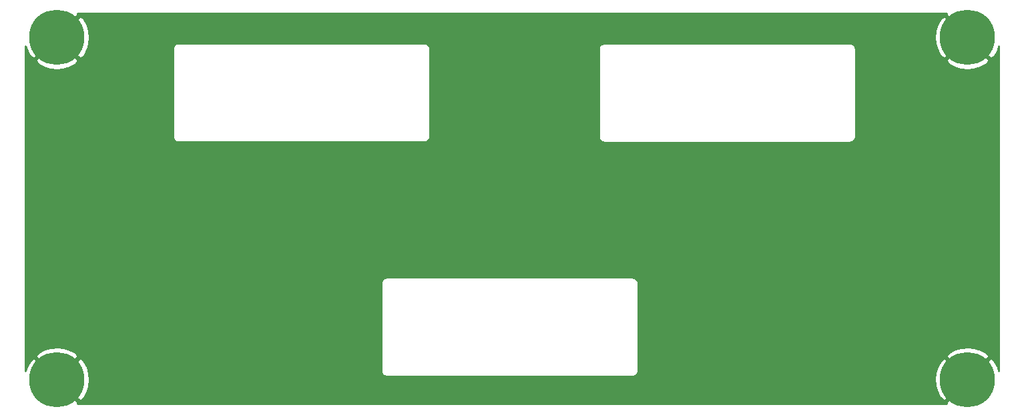
<source format=gbl>
G04 #@! TF.GenerationSoftware,KiCad,Pcbnew,(5.1.9)-1*
G04 #@! TF.CreationDate,2022-01-12T11:01:28-07:00*
G04 #@! TF.ProjectId,Kicad_Back_Plate_3x_DB9,4b696361-645f-4426-9163-6b5f506c6174,rev?*
G04 #@! TF.SameCoordinates,Original*
G04 #@! TF.FileFunction,Copper,L2,Bot*
G04 #@! TF.FilePolarity,Positive*
%FSLAX46Y46*%
G04 Gerber Fmt 4.6, Leading zero omitted, Abs format (unit mm)*
G04 Created by KiCad (PCBNEW (5.1.9)-1) date 2022-01-12 11:01:28*
%MOMM*%
%LPD*%
G01*
G04 APERTURE LIST*
G04 #@! TA.AperFunction,ComponentPad*
%ADD10C,7.000000*%
G04 #@! TD*
G04 #@! TA.AperFunction,Conductor*
%ADD11C,0.254000*%
G04 #@! TD*
G04 #@! TA.AperFunction,Conductor*
%ADD12C,0.100000*%
G04 #@! TD*
G04 APERTURE END LIST*
D10*
X4650000Y-3700000D03*
X4650000Y-47200000D03*
X120150000Y-3700000D03*
X120150000Y-47200000D03*
D11*
X117415450Y-785845D02*
X120150000Y-3520395D01*
X120164143Y-3506253D01*
X120343748Y-3685858D01*
X120329605Y-3700000D01*
X123064155Y-6434550D01*
X123584550Y-6038366D01*
X123974748Y-5323388D01*
X124140001Y-4795208D01*
X124140000Y-46111585D01*
X124002415Y-45643403D01*
X123624715Y-44921744D01*
X123584550Y-44861634D01*
X123064155Y-44465450D01*
X120329605Y-47200000D01*
X120343748Y-47214143D01*
X120164143Y-47393748D01*
X120150000Y-47379605D01*
X117415450Y-50114155D01*
X117511258Y-50240000D01*
X7288742Y-50240000D01*
X7384550Y-50114155D01*
X4650000Y-47379605D01*
X4635858Y-47393748D01*
X4456253Y-47214143D01*
X4470395Y-47200000D01*
X4829605Y-47200000D01*
X7564155Y-49934550D01*
X8084550Y-49538366D01*
X8474748Y-48823388D01*
X8717964Y-48046024D01*
X8804851Y-47236147D01*
X8798366Y-47163853D01*
X115995149Y-47163853D01*
X116067931Y-47975118D01*
X116297585Y-48756597D01*
X116675285Y-49478256D01*
X116715450Y-49538366D01*
X117235845Y-49934550D01*
X119970395Y-47200000D01*
X117235845Y-44465450D01*
X116715450Y-44861634D01*
X116325252Y-45576612D01*
X116082036Y-46353976D01*
X115995149Y-47163853D01*
X8798366Y-47163853D01*
X8732069Y-46424882D01*
X8502415Y-45643403D01*
X8124715Y-44921744D01*
X8084550Y-44861634D01*
X7564155Y-44465450D01*
X4829605Y-47200000D01*
X4470395Y-47200000D01*
X1735845Y-44465450D01*
X1215450Y-44861634D01*
X825252Y-45576612D01*
X660000Y-46104788D01*
X660000Y-44285845D01*
X1915450Y-44285845D01*
X4650000Y-47020395D01*
X7384550Y-44285845D01*
X6988366Y-43765450D01*
X6273388Y-43375252D01*
X5496024Y-43132036D01*
X4686147Y-43045149D01*
X3874882Y-43117931D01*
X3093403Y-43347585D01*
X2371744Y-43725285D01*
X2311634Y-43765450D01*
X1915450Y-44285845D01*
X660000Y-44285845D01*
X660000Y-34880000D01*
X45776807Y-34880000D01*
X45780000Y-34912419D01*
X45780001Y-46097571D01*
X45776807Y-46130000D01*
X45789550Y-46259383D01*
X45827290Y-46383793D01*
X45888575Y-46498450D01*
X45971052Y-46598948D01*
X46071550Y-46681425D01*
X46186207Y-46742710D01*
X46310617Y-46780450D01*
X46407581Y-46790000D01*
X46440000Y-46793193D01*
X46472419Y-46790000D01*
X77657581Y-46790000D01*
X77690000Y-46793193D01*
X77722419Y-46790000D01*
X77819383Y-46780450D01*
X77943793Y-46742710D01*
X78058450Y-46681425D01*
X78158948Y-46598948D01*
X78241425Y-46498450D01*
X78302710Y-46383793D01*
X78340450Y-46259383D01*
X78353193Y-46130000D01*
X78350000Y-46097581D01*
X78350000Y-44285845D01*
X117415450Y-44285845D01*
X120150000Y-47020395D01*
X122884550Y-44285845D01*
X122488366Y-43765450D01*
X121773388Y-43375252D01*
X120996024Y-43132036D01*
X120186147Y-43045149D01*
X119374882Y-43117931D01*
X118593403Y-43347585D01*
X117871744Y-43725285D01*
X117811634Y-43765450D01*
X117415450Y-44285845D01*
X78350000Y-44285845D01*
X78350000Y-34912419D01*
X78353193Y-34880000D01*
X78340450Y-34750617D01*
X78302710Y-34626207D01*
X78241425Y-34511550D01*
X78158948Y-34411052D01*
X78058450Y-34328575D01*
X77943793Y-34267290D01*
X77819383Y-34229550D01*
X77722419Y-34220000D01*
X77690000Y-34216807D01*
X77657581Y-34220000D01*
X46472419Y-34220000D01*
X46440000Y-34216807D01*
X46407581Y-34220000D01*
X46310617Y-34229550D01*
X46186207Y-34267290D01*
X46071550Y-34328575D01*
X45971052Y-34411052D01*
X45888575Y-34511550D01*
X45827290Y-34626207D01*
X45789550Y-34750617D01*
X45776807Y-34880000D01*
X660000Y-34880000D01*
X660000Y-6614155D01*
X1915450Y-6614155D01*
X2311634Y-7134550D01*
X3026612Y-7524748D01*
X3803976Y-7767964D01*
X4613853Y-7854851D01*
X5425118Y-7782069D01*
X6206597Y-7552415D01*
X6928256Y-7174715D01*
X6988366Y-7134550D01*
X7384550Y-6614155D01*
X4650000Y-3879605D01*
X1915450Y-6614155D01*
X660000Y-6614155D01*
X660000Y-4788415D01*
X797585Y-5256597D01*
X1175285Y-5978256D01*
X1215450Y-6038366D01*
X1735845Y-6434550D01*
X4470395Y-3700000D01*
X4829605Y-3700000D01*
X7564155Y-6434550D01*
X8084550Y-6038366D01*
X8474748Y-5323388D01*
X8538382Y-5120000D01*
X19366807Y-5120000D01*
X19370000Y-5152419D01*
X19370001Y-16337571D01*
X19366807Y-16370000D01*
X19379550Y-16499383D01*
X19417290Y-16623793D01*
X19478575Y-16738450D01*
X19561052Y-16838948D01*
X19661550Y-16921425D01*
X19776207Y-16982710D01*
X19900617Y-17020450D01*
X19997581Y-17030000D01*
X20030000Y-17033193D01*
X20062419Y-17030000D01*
X51247581Y-17030000D01*
X51280000Y-17033193D01*
X51312419Y-17030000D01*
X51409383Y-17020450D01*
X51533793Y-16982710D01*
X51648450Y-16921425D01*
X51748948Y-16838948D01*
X51831425Y-16738450D01*
X51892710Y-16623793D01*
X51930450Y-16499383D01*
X51943193Y-16370000D01*
X51940000Y-16337581D01*
X51940000Y-5152419D01*
X51942208Y-5130000D01*
X73366807Y-5130000D01*
X73370000Y-5162419D01*
X73370001Y-16347571D01*
X73366807Y-16380000D01*
X73379550Y-16509383D01*
X73417290Y-16633793D01*
X73478575Y-16748450D01*
X73561052Y-16848948D01*
X73661550Y-16931425D01*
X73776207Y-16992710D01*
X73900617Y-17030450D01*
X73997581Y-17040000D01*
X74030000Y-17043193D01*
X74062419Y-17040000D01*
X105247581Y-17040000D01*
X105280000Y-17043193D01*
X105312419Y-17040000D01*
X105409383Y-17030450D01*
X105533793Y-16992710D01*
X105648450Y-16931425D01*
X105748948Y-16848948D01*
X105831425Y-16748450D01*
X105892710Y-16633793D01*
X105930450Y-16509383D01*
X105943193Y-16380000D01*
X105940000Y-16347581D01*
X105940000Y-6614155D01*
X117415450Y-6614155D01*
X117811634Y-7134550D01*
X118526612Y-7524748D01*
X119303976Y-7767964D01*
X120113853Y-7854851D01*
X120925118Y-7782069D01*
X121706597Y-7552415D01*
X122428256Y-7174715D01*
X122488366Y-7134550D01*
X122884550Y-6614155D01*
X120150000Y-3879605D01*
X117415450Y-6614155D01*
X105940000Y-6614155D01*
X105940000Y-5162419D01*
X105943193Y-5130000D01*
X105930450Y-5000617D01*
X105892710Y-4876207D01*
X105831425Y-4761550D01*
X105748948Y-4661052D01*
X105648450Y-4578575D01*
X105533793Y-4517290D01*
X105409383Y-4479550D01*
X105312419Y-4470000D01*
X105280000Y-4466807D01*
X105247581Y-4470000D01*
X74062419Y-4470000D01*
X74030000Y-4466807D01*
X73997581Y-4470000D01*
X73900617Y-4479550D01*
X73776207Y-4517290D01*
X73661550Y-4578575D01*
X73561052Y-4661052D01*
X73478575Y-4761550D01*
X73417290Y-4876207D01*
X73379550Y-5000617D01*
X73366807Y-5130000D01*
X51942208Y-5130000D01*
X51943193Y-5120000D01*
X51930450Y-4990617D01*
X51892710Y-4866207D01*
X51831425Y-4751550D01*
X51748948Y-4651052D01*
X51648450Y-4568575D01*
X51533793Y-4507290D01*
X51409383Y-4469550D01*
X51312419Y-4460000D01*
X51280000Y-4456807D01*
X51247581Y-4460000D01*
X20062419Y-4460000D01*
X20030000Y-4456807D01*
X19928467Y-4466807D01*
X19900617Y-4469550D01*
X19776207Y-4507290D01*
X19661550Y-4568575D01*
X19561052Y-4651052D01*
X19478575Y-4751550D01*
X19417290Y-4866207D01*
X19379550Y-4990617D01*
X19366807Y-5120000D01*
X8538382Y-5120000D01*
X8717964Y-4546024D01*
X8804851Y-3736147D01*
X8798366Y-3663853D01*
X115995149Y-3663853D01*
X116067931Y-4475118D01*
X116297585Y-5256597D01*
X116675285Y-5978256D01*
X116715450Y-6038366D01*
X117235845Y-6434550D01*
X119970395Y-3700000D01*
X117235845Y-965450D01*
X116715450Y-1361634D01*
X116325252Y-2076612D01*
X116082036Y-2853976D01*
X115995149Y-3663853D01*
X8798366Y-3663853D01*
X8732069Y-2924882D01*
X8502415Y-2143403D01*
X8124715Y-1421744D01*
X8084550Y-1361634D01*
X7564155Y-965450D01*
X4829605Y-3700000D01*
X4470395Y-3700000D01*
X4456253Y-3685858D01*
X4635858Y-3506253D01*
X4650000Y-3520395D01*
X7384550Y-785845D01*
X7288742Y-660000D01*
X117511258Y-660000D01*
X117415450Y-785845D01*
G04 #@! TA.AperFunction,Conductor*
D12*
G36*
X117415450Y-785845D02*
G01*
X120150000Y-3520395D01*
X120164143Y-3506253D01*
X120343748Y-3685858D01*
X120329605Y-3700000D01*
X123064155Y-6434550D01*
X123584550Y-6038366D01*
X123974748Y-5323388D01*
X124140001Y-4795208D01*
X124140000Y-46111585D01*
X124002415Y-45643403D01*
X123624715Y-44921744D01*
X123584550Y-44861634D01*
X123064155Y-44465450D01*
X120329605Y-47200000D01*
X120343748Y-47214143D01*
X120164143Y-47393748D01*
X120150000Y-47379605D01*
X117415450Y-50114155D01*
X117511258Y-50240000D01*
X7288742Y-50240000D01*
X7384550Y-50114155D01*
X4650000Y-47379605D01*
X4635858Y-47393748D01*
X4456253Y-47214143D01*
X4470395Y-47200000D01*
X4829605Y-47200000D01*
X7564155Y-49934550D01*
X8084550Y-49538366D01*
X8474748Y-48823388D01*
X8717964Y-48046024D01*
X8804851Y-47236147D01*
X8798366Y-47163853D01*
X115995149Y-47163853D01*
X116067931Y-47975118D01*
X116297585Y-48756597D01*
X116675285Y-49478256D01*
X116715450Y-49538366D01*
X117235845Y-49934550D01*
X119970395Y-47200000D01*
X117235845Y-44465450D01*
X116715450Y-44861634D01*
X116325252Y-45576612D01*
X116082036Y-46353976D01*
X115995149Y-47163853D01*
X8798366Y-47163853D01*
X8732069Y-46424882D01*
X8502415Y-45643403D01*
X8124715Y-44921744D01*
X8084550Y-44861634D01*
X7564155Y-44465450D01*
X4829605Y-47200000D01*
X4470395Y-47200000D01*
X1735845Y-44465450D01*
X1215450Y-44861634D01*
X825252Y-45576612D01*
X660000Y-46104788D01*
X660000Y-44285845D01*
X1915450Y-44285845D01*
X4650000Y-47020395D01*
X7384550Y-44285845D01*
X6988366Y-43765450D01*
X6273388Y-43375252D01*
X5496024Y-43132036D01*
X4686147Y-43045149D01*
X3874882Y-43117931D01*
X3093403Y-43347585D01*
X2371744Y-43725285D01*
X2311634Y-43765450D01*
X1915450Y-44285845D01*
X660000Y-44285845D01*
X660000Y-34880000D01*
X45776807Y-34880000D01*
X45780000Y-34912419D01*
X45780001Y-46097571D01*
X45776807Y-46130000D01*
X45789550Y-46259383D01*
X45827290Y-46383793D01*
X45888575Y-46498450D01*
X45971052Y-46598948D01*
X46071550Y-46681425D01*
X46186207Y-46742710D01*
X46310617Y-46780450D01*
X46407581Y-46790000D01*
X46440000Y-46793193D01*
X46472419Y-46790000D01*
X77657581Y-46790000D01*
X77690000Y-46793193D01*
X77722419Y-46790000D01*
X77819383Y-46780450D01*
X77943793Y-46742710D01*
X78058450Y-46681425D01*
X78158948Y-46598948D01*
X78241425Y-46498450D01*
X78302710Y-46383793D01*
X78340450Y-46259383D01*
X78353193Y-46130000D01*
X78350000Y-46097581D01*
X78350000Y-44285845D01*
X117415450Y-44285845D01*
X120150000Y-47020395D01*
X122884550Y-44285845D01*
X122488366Y-43765450D01*
X121773388Y-43375252D01*
X120996024Y-43132036D01*
X120186147Y-43045149D01*
X119374882Y-43117931D01*
X118593403Y-43347585D01*
X117871744Y-43725285D01*
X117811634Y-43765450D01*
X117415450Y-44285845D01*
X78350000Y-44285845D01*
X78350000Y-34912419D01*
X78353193Y-34880000D01*
X78340450Y-34750617D01*
X78302710Y-34626207D01*
X78241425Y-34511550D01*
X78158948Y-34411052D01*
X78058450Y-34328575D01*
X77943793Y-34267290D01*
X77819383Y-34229550D01*
X77722419Y-34220000D01*
X77690000Y-34216807D01*
X77657581Y-34220000D01*
X46472419Y-34220000D01*
X46440000Y-34216807D01*
X46407581Y-34220000D01*
X46310617Y-34229550D01*
X46186207Y-34267290D01*
X46071550Y-34328575D01*
X45971052Y-34411052D01*
X45888575Y-34511550D01*
X45827290Y-34626207D01*
X45789550Y-34750617D01*
X45776807Y-34880000D01*
X660000Y-34880000D01*
X660000Y-6614155D01*
X1915450Y-6614155D01*
X2311634Y-7134550D01*
X3026612Y-7524748D01*
X3803976Y-7767964D01*
X4613853Y-7854851D01*
X5425118Y-7782069D01*
X6206597Y-7552415D01*
X6928256Y-7174715D01*
X6988366Y-7134550D01*
X7384550Y-6614155D01*
X4650000Y-3879605D01*
X1915450Y-6614155D01*
X660000Y-6614155D01*
X660000Y-4788415D01*
X797585Y-5256597D01*
X1175285Y-5978256D01*
X1215450Y-6038366D01*
X1735845Y-6434550D01*
X4470395Y-3700000D01*
X4829605Y-3700000D01*
X7564155Y-6434550D01*
X8084550Y-6038366D01*
X8474748Y-5323388D01*
X8538382Y-5120000D01*
X19366807Y-5120000D01*
X19370000Y-5152419D01*
X19370001Y-16337571D01*
X19366807Y-16370000D01*
X19379550Y-16499383D01*
X19417290Y-16623793D01*
X19478575Y-16738450D01*
X19561052Y-16838948D01*
X19661550Y-16921425D01*
X19776207Y-16982710D01*
X19900617Y-17020450D01*
X19997581Y-17030000D01*
X20030000Y-17033193D01*
X20062419Y-17030000D01*
X51247581Y-17030000D01*
X51280000Y-17033193D01*
X51312419Y-17030000D01*
X51409383Y-17020450D01*
X51533793Y-16982710D01*
X51648450Y-16921425D01*
X51748948Y-16838948D01*
X51831425Y-16738450D01*
X51892710Y-16623793D01*
X51930450Y-16499383D01*
X51943193Y-16370000D01*
X51940000Y-16337581D01*
X51940000Y-5152419D01*
X51942208Y-5130000D01*
X73366807Y-5130000D01*
X73370000Y-5162419D01*
X73370001Y-16347571D01*
X73366807Y-16380000D01*
X73379550Y-16509383D01*
X73417290Y-16633793D01*
X73478575Y-16748450D01*
X73561052Y-16848948D01*
X73661550Y-16931425D01*
X73776207Y-16992710D01*
X73900617Y-17030450D01*
X73997581Y-17040000D01*
X74030000Y-17043193D01*
X74062419Y-17040000D01*
X105247581Y-17040000D01*
X105280000Y-17043193D01*
X105312419Y-17040000D01*
X105409383Y-17030450D01*
X105533793Y-16992710D01*
X105648450Y-16931425D01*
X105748948Y-16848948D01*
X105831425Y-16748450D01*
X105892710Y-16633793D01*
X105930450Y-16509383D01*
X105943193Y-16380000D01*
X105940000Y-16347581D01*
X105940000Y-6614155D01*
X117415450Y-6614155D01*
X117811634Y-7134550D01*
X118526612Y-7524748D01*
X119303976Y-7767964D01*
X120113853Y-7854851D01*
X120925118Y-7782069D01*
X121706597Y-7552415D01*
X122428256Y-7174715D01*
X122488366Y-7134550D01*
X122884550Y-6614155D01*
X120150000Y-3879605D01*
X117415450Y-6614155D01*
X105940000Y-6614155D01*
X105940000Y-5162419D01*
X105943193Y-5130000D01*
X105930450Y-5000617D01*
X105892710Y-4876207D01*
X105831425Y-4761550D01*
X105748948Y-4661052D01*
X105648450Y-4578575D01*
X105533793Y-4517290D01*
X105409383Y-4479550D01*
X105312419Y-4470000D01*
X105280000Y-4466807D01*
X105247581Y-4470000D01*
X74062419Y-4470000D01*
X74030000Y-4466807D01*
X73997581Y-4470000D01*
X73900617Y-4479550D01*
X73776207Y-4517290D01*
X73661550Y-4578575D01*
X73561052Y-4661052D01*
X73478575Y-4761550D01*
X73417290Y-4876207D01*
X73379550Y-5000617D01*
X73366807Y-5130000D01*
X51942208Y-5130000D01*
X51943193Y-5120000D01*
X51930450Y-4990617D01*
X51892710Y-4866207D01*
X51831425Y-4751550D01*
X51748948Y-4651052D01*
X51648450Y-4568575D01*
X51533793Y-4507290D01*
X51409383Y-4469550D01*
X51312419Y-4460000D01*
X51280000Y-4456807D01*
X51247581Y-4460000D01*
X20062419Y-4460000D01*
X20030000Y-4456807D01*
X19928467Y-4466807D01*
X19900617Y-4469550D01*
X19776207Y-4507290D01*
X19661550Y-4568575D01*
X19561052Y-4651052D01*
X19478575Y-4751550D01*
X19417290Y-4866207D01*
X19379550Y-4990617D01*
X19366807Y-5120000D01*
X8538382Y-5120000D01*
X8717964Y-4546024D01*
X8804851Y-3736147D01*
X8798366Y-3663853D01*
X115995149Y-3663853D01*
X116067931Y-4475118D01*
X116297585Y-5256597D01*
X116675285Y-5978256D01*
X116715450Y-6038366D01*
X117235845Y-6434550D01*
X119970395Y-3700000D01*
X117235845Y-965450D01*
X116715450Y-1361634D01*
X116325252Y-2076612D01*
X116082036Y-2853976D01*
X115995149Y-3663853D01*
X8798366Y-3663853D01*
X8732069Y-2924882D01*
X8502415Y-2143403D01*
X8124715Y-1421744D01*
X8084550Y-1361634D01*
X7564155Y-965450D01*
X4829605Y-3700000D01*
X4470395Y-3700000D01*
X4456253Y-3685858D01*
X4635858Y-3506253D01*
X4650000Y-3520395D01*
X7384550Y-785845D01*
X7288742Y-660000D01*
X117511258Y-660000D01*
X117415450Y-785845D01*
G37*
G04 #@! TD.AperFunction*
M02*

</source>
